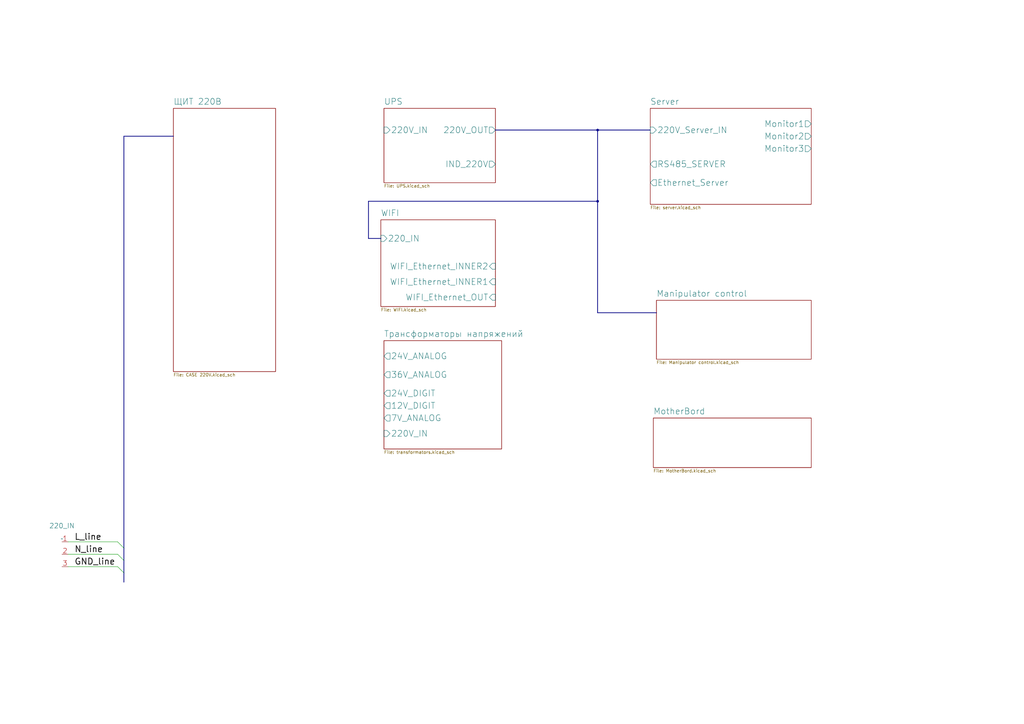
<source format=kicad_sch>
(kicad_sch (version 20231120) (generator "eeschema") (generator_version "8.0")
  (paper "A3")
  (lib_symbols
    (symbol "Connector:Conn_01x03_(wide)"
      (property "Reference" "J" (at 0 0 0))
      (symbol "Conn_01x03_(wide)_1_1"
        (pin input line (at -2.54 -5.08 0) (length 2.54) (name "") (number "1"))
        (pin input line (at -2.54 -10.16 0) (length 2.54) (name "") (number "2"))
        (pin input line (at -2.54 -15.24 0) (length 2.54) (name "") (number "3"))
      )
    )
  )
  (junction (at 245.11 53.34))
  (junction (at 245.11 82.55))
  (bus_entry (at 48.26 227.33) (size 2.54 2.54))
  (bus_entry (at 48.26 232.41) (size 2.54 2.54))
  (bus_entry (at 48.26 222.25) (size 2.54 2.54))
  (bus (pts (xy 50.8 55.88) (xy 71.12 55.88)))
  (bus (pts (xy 266.7 53.34) (xy 245.11 53.34)))
  (bus (pts (xy 156.21 97.79) (xy 151.13 97.79)))
  (wire (pts (xy 27.94 222.25) (xy 48.26 222.25)))
  (bus (pts (xy 50.8 229.87) (xy 50.8 224.79)))
  (wire (pts (xy 27.94 227.33) (xy 48.26 227.33)))
  (bus (pts (xy 50.8 234.95) (xy 50.8 229.87)))
  (wire (pts (xy 27.94 232.41) (xy 48.26 232.41)))
  (bus (pts (xy 203.2 53.34) (xy 245.11 53.34)))
  (bus (pts (xy 50.8 238.76) (xy 50.8 234.95)))
  (bus (pts (xy 50.8 224.79) (xy 50.8 55.88)))
  (bus (pts (xy 245.11 82.55) (xy 245.11 128.27)))
  (bus (pts (xy 245.11 53.34) (xy 245.11 82.55)))
  (bus (pts (xy 151.13 82.55) (xy 245.11 82.55)))
  (bus (pts (xy 151.13 97.79) (xy 151.13 82.55)))
  (bus (pts (xy 245.11 128.27) (xy 269.24 128.27)))
  (label "GND_line" (at 30.48 232.41 0) (effects (font (size 2.5 2.5) (thickness 0.3125))))
  (label "N_line" (at 30.48 227.33 0) (effects (font (size 2.5 2.5) (thickness 0.3125))))
  (label "L_line" (at 30.48 222.25 0) (effects (font (size 2.5 2.5) (thickness 0.3125))))
  (symbol (lib_id "Connector:Conn_01x03_(wide)") (at 25.4 217.17 0) (mirror y) (unit 1)
    (property "Reference" "220_IN" (at 25.4 215.646 0) (effects (font (size 2 2))))
    (property "Value" "~" (at 25.4 220.98 0))
  )
  (sheet (at 267.97 171.45) (size 64.77 20.32) (stroke (width 0.1524))
    (property "Sheetname" "MotherBord" (at 267.97 170.1234 0) (effects (font (size 2.5 2.5)) (justify left bottom)))
    (property "Sheetfile" "MotherBord.kicad_sch" (at 267.97 192.3546 0) (effects (justify left top)))
  )
  (sheet (at 266.7 44.45) (size 66.04 39.37) (stroke (width 0.1524))
    (property "Sheetname" "Server" (at 266.7 43.1234 0) (effects (font (size 2.5 2.5)) (justify left bottom)))
    (property "Sheetfile" "server.kicad_sch" (at 266.7 84.4046 0) (effects (justify left top)))
    (pin "220V_Server_IN" input (at 266.7 53.34 180) (effects (font (size 2.5 2.5))))
    (pin "Ethernet_Server" output (at 266.7 74.93 180) (effects (font (size 2.5 2.5))))
    (pin "Monitor1" output (at 332.74 50.8 0) (effects (font (size 2.5 2.5))))
    (pin "Monitor2" output (at 332.74 55.88 0) (effects (font (size 2.5 2.5))))
    (pin "Monitor3" output (at 332.74 60.96 0) (effects (font (size 2.5 2.5))))
    (pin "RS485_SERVER" output (at 266.7 67.31 180) (effects (font (size 2.5 2.5))))
  )
  (sheet (at 157.48 44.45) (size 45.72 30.48) (stroke (width 0.1524))
    (property "Sheetname" "UPS" (at 157.48 43.1234 0) (effects (font (size 2.5 2.5)) (justify left bottom)))
    (property "Sheetfile" "UPS.kicad_sch" (at 157.48 75.5146 0) (effects (justify left top)))
    (pin "220V_IN" input (at 157.48 53.34 180) (effects (font (size 2.5 2.5))))
    (pin "220V_OUT" output (at 203.2 53.34 0) (effects (font (size 2.5 2.5))))
    (pin "IND_220V" output (at 203.2 67.31 0) (effects (font (size 2.5 2.5))))
  )
  (sheet (at 156.21 90.17) (size 46.99 35.56) (stroke (width 0.1524))
    (property "Sheetname" "WIFI" (at 156.21 88.8434 0) (effects (font (size 2.5 2.5)) (justify left bottom)))
    (property "Sheetfile" "WIFI.kicad_sch" (at 156.21 126.3146 0) (effects (justify left top)))
    (pin "220_IN" input (at 156.21 97.79 180) (effects (font (size 2.5 2.5))))
    (pin "WIFI_Ethernet_OUT" input (at 203.2 121.92 0) (effects (font (size 2.5 2.5))))
    (pin "WIFI_Ethernet_INNER1" input (at 203.2 115.57 0) (effects (font (size 2.5 2.5))))
    (pin "WIFI_Ethernet_INNER2" input (at 203.2 109.22 0) (effects (font (size 2.5 2.5))))
  )
  (sheet (at 269.24 123.19) (size 63.5 24.13) (stroke (width 0.1524))
    (property "Sheetname" "Manipulator control" (at 269.24 121.8634 0) (effects (font (size 2.5 2.5)) (justify left bottom)))
    (property "Sheetfile" "Manipulator control.kicad_sch" (at 269.24 147.9046 0) (effects (justify left top)))
  )
  (sheet (at 157.48 139.7) (size 48.26 44.45) (stroke (width 0.1524))
    (property "Sheetname" "Трансформаторы напряжений" (at 157.48 138.3734 0) (effects (font (size 2.5 2.5)) (justify left bottom)))
    (property "Sheetfile" "transformators.kicad_sch" (at 157.48 184.7346 0) (effects (justify left top)))
    (pin "220V_IN" input (at 157.48 177.8 180) (effects (font (size 2.5 2.5))))
    (pin "24V_DIGIT" output (at 157.48 161.29 180) (effects (font (size 2.5 2.5))))
    (pin "36V_ANALOG" output (at 157.48 153.67 180) (effects (font (size 2.5 2.5))))
    (pin "24V_ANALOG" output (at 157.48 146.05 180) (effects (font (size 2.5 2.5))))
    (pin "12V_DIGIT" output (at 157.48 166.37 180) (effects (font (size 2.5 2.5))))
    (pin "7V_ANALOG" output (at 157.48 171.45 180) (effects (font (size 2.5 2.5))))
  )
  (sheet (at 71.12 44.45) (size 41.91 107.95) (stroke (width 0.1524))
    (property "Sheetname" "ЩИТ 220В" (at 71.12 43.1234 0) (effects (font (size 2.5 2.5)) (justify left bottom)))
    (property "Sheetfile" "CASE 220V.kicad_sch" (at 71.12 152.9846 0) (effects (justify left top)))
  )
)
</source>
